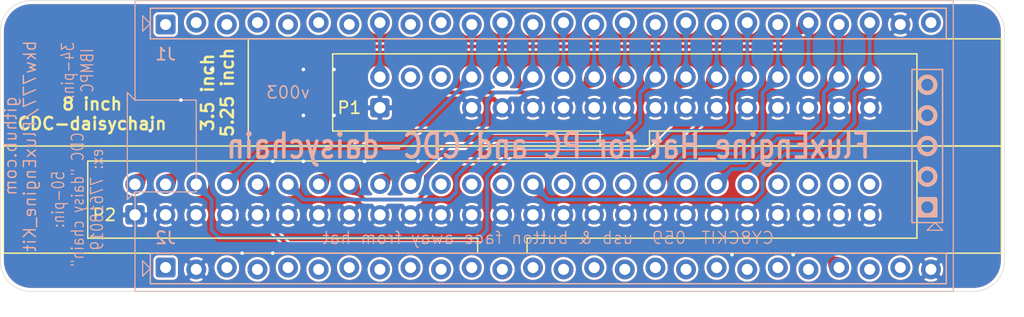
<source format=kicad_pcb>
(kicad_pcb (version 20240108) (generator "pcbnew") (generator_version "8.0")
  (title_block (title "FluxEngine_Hat for PC and CDC-daisychain") (date "2024-04-30") (rev "003") (company "Brian K. White - b.kenyon.w@gmail.com") (comment 1 "github.com/bkw777/FluxEngine_Kit"))
  (layers (0 "F.Cu" signal) (31 "B.Cu" signal) (34 "B.Paste" user) (35 "F.Paste" user) (36 "B.SilkS" user "B.Silkscreen") (37 "F.SilkS" user "F.Silkscreen") (38 "B.Mask" user) (39 "F.Mask" user) (44 "Edge.Cuts" user))
  (net 0 "")
  (net 1 "GND")
  (net 4 "/SIDE")
  (net 5 "/~{DSB}")
  (net 6 "/~{REDWC}")
  (net 7 "/~{TRK0}")
  (net 8 "/~{MOTB}")
  (net 9 "/~{WGATE}")
  (net 10 "/~{INDEX}")
  (net 11 "/~{WPROT}")
  (net 12 "/~{DSA}")
  (net 13 "/~{MOTA}")
  (net 14 "/~{STEP}")
  (net 15 "/DIR")
  (net 54 "/~{DSKCHG}")
  (net 57 "/~{WDATA}")
  (net 58 "/~{RDATA}")
  (net 60 "/~{TG43}")
  (footprint "000_LOCAL:IDC-Header_2x17_P2.54mm_Latch_Vertical - FDD" (layer "F.Cu") (at 133.985 93.345 90)
    (property "Reference" "P1" (at 0 -2.54 0) (layer "F.SilkS"))
    (property "Value" "FDC_BUS_IBMPC")
    (fp_line (start 5.715 -10.922) (end 5.715 51.562) (stroke (width 0.12)) (layer "F.SilkS"))
    (fp_line (start -3.175 -10.922) (end 5.715 -10.922) (stroke (width 0.12)) (layer "F.SilkS"))
    (fp_line (start 4.47 -3.92) (end 4.47 44.56) (stroke (width 0.12)) (layer "F.SilkS"))
    (fp_line (start -1.93 -3.92) (end 4.47 -3.92) (stroke (width 0.12)) (layer "F.SilkS"))
    (fp_line (start -1.93 18.27) (end -1.93 -3.92) (stroke (width 0.12)) (layer "F.SilkS"))
    (fp_line (start -3.175 18.27) (end -1.93 18.27) (stroke (width 0.12)) (layer "F.SilkS"))
    (fp_line (start -1.93 22.37) (end -1.93 22.37) (stroke (width 0.12)) (layer "F.SilkS"))
    (fp_line (start -1.93 22.37) (end -3.175 22.37) (stroke (width 0.12)) (layer "F.SilkS"))
    (fp_line (start 4.47 44.56) (end -1.93 44.56) (stroke (width 0.12)) (layer "F.SilkS"))
    (fp_line (start -1.93 44.56) (end -1.93 22.37) (stroke (width 0.12)) (layer "F.SilkS"))
    (fp_line (start 5.715 51.562) (end -3.175 51.562) (stroke (width 0.12)) (layer "F.SilkS"))
    (fp_line (start -3.175 51.562) (end -3.175 -10.922) (stroke (width 0.12)) (layer "F.SilkS"))
    (pad "1" thru_hole roundrect (at 0 0 90) (size 1.6 1.6) (drill 0.95) (layers "*.Cu" "*.Mask") (roundrect_rratio 0.15625) (net 1 "GND"))
    (pad "2" thru_hole circle (at 2.54 0 90) (size 1.6 1.6) (drill 0.95) (layers "*.Cu" "*.Mask") (net 6 "/~{REDWC}"))
    (pad "4" thru_hole circle (at 2.54 2.54 90) (size 1.6 1.6) (drill 0.95) (layers "*.Cu" "*.Mask"))
    (pad "6" thru_hole circle (at 2.54 5.08 90) (size 1.6 1.6) (drill 0.95) (layers "*.Cu" "*.Mask"))
    (pad "7" thru_hole circle (at 0 7.62 90) (size 1.6 1.6) (drill 0.95) (layers "*.Cu" "*.Mask") (net 1 "GND"))
    (pad "8" thru_hole circle (at 2.54 7.62 90) (size 1.6 1.6) (drill 0.95) (layers "*.Cu" "*.Mask") (net 10 "/~{INDEX}"))
    (pad "9" thru_hole circle (at 0 10.16 90) (size 1.6 1.6) (drill 0.95) (layers "*.Cu" "*.Mask") (net 1 "GND"))
    (pad "10" thru_hole circle (at 2.54 10.16 90) (size 1.6 1.6) (drill 0.95) (layers "*.Cu" "*.Mask") (net 13 "/~{MOTA}"))
    (pad "11" thru_hole circle (at 0 12.7 90) (size 1.6 1.6) (drill 0.95) (layers "*.Cu" "*.Mask") (net 1 "GND"))
    (pad "12" thru_hole circle (at 2.54 12.7 90) (size 1.6 1.6) (drill 0.95) (layers "*.Cu" "*.Mask") (net 5 "/~{DSB}"))
    (pad "13" thru_hole circle (at 0 15.24 90) (size 1.6 1.6) (drill 0.95) (layers "*.Cu" "*.Mask") (net 1 "GND"))
    (pad "14" thru_hole circle (at 2.54 15.24 90) (size 1.6 1.6) (drill 0.95) (layers "*.Cu" "*.Mask") (net 12 "/~{DSA}"))
    (pad "15" thru_hole circle (at 0 17.78 90) (size 1.6 1.6) (drill 0.95) (layers "*.Cu" "*.Mask") (net 1 "GND"))
    (pad "16" thru_hole circle (at 2.54 17.78 90) (size 1.6 1.6) (drill 0.95) (layers "*.Cu" "*.Mask") (net 8 "/~{MOTB}"))
    (pad "17" thru_hole circle (at 0 20.32 90) (size 1.6 1.6) (drill 0.95) (layers "*.Cu" "*.Mask") (net 1 "GND"))
    (pad "18" thru_hole circle (at 2.54 20.32 90) (size 1.6 1.6) (drill 0.95) (layers "*.Cu" "*.Mask") (net 15 "/DIR"))
    (pad "19" thru_hole circle (at 0 22.86 90) (size 1.6 1.6) (drill 0.95) (layers "*.Cu" "*.Mask") (net 1 "GND"))
    (pad "20" thru_hole circle (at 2.54 22.86 90) (size 1.6 1.6) (drill 0.95) (layers "*.Cu" "*.Mask") (net 14 "/~{STEP}"))
    (pad "21" thru_hole circle (at 0 25.4 90) (size 1.6 1.6) (drill 0.95) (layers "*.Cu" "*.Mask") (net 1 "GND"))
    (pad "22" thru_hole circle (at 2.54 25.4 90) (size 1.6 1.6) (drill 0.95) (layers "*.Cu" "*.Mask") (net 57 "/~{WDATA}"))
    (pad "23" thru_hole circle (at 0 27.94 90) (size 1.6 1.6) (drill 0.95) (layers "*.Cu" "*.Mask") (net 1 "GND"))
    (pad "24" thru_hole circle (at 2.54 27.94 90) (size 1.6 1.6) (drill 0.95) (layers "*.Cu" "*.Mask") (net 9 "/~{WGATE}"))
    (pad "25" thru_hole circle (at 0 30.48 90) (size 1.6 1.6) (drill 0.95) (layers "*.Cu" "*.Mask") (net 1 "GND"))
    (pad "26" thru_hole circle (at 2.54 30.48 90) (size 1.6 1.6) (drill 0.95) (layers "*.Cu" "*.Mask") (net 7 "/~{TRK0}"))
    (pad "27" thru_hole circle (at 0 33.02 90) (size 1.6 1.6) (drill 0.95) (layers "*.Cu" "*.Mask") (net 1 "GND"))
    (pad "28" thru_hole circle (at 2.54 33.02 90) (size 1.6 1.6) (drill 0.95) (layers "*.Cu" "*.Mask") (net 11 "/~{WPROT}"))
    (pad "29" thru_hole circle (at 0 35.56 90) (size 1.6 1.6) (drill 0.95) (layers "*.Cu" "*.Mask") (net 1 "GND"))
    (pad "30" thru_hole circle (at 2.54 35.56 90) (size 1.6 1.6) (drill 0.95) (layers "*.Cu" "*.Mask") (net 58 "/~{RDATA}"))
    (pad "31" thru_hole circle (at 0 38.1 90) (size 1.6 1.6) (drill 0.95) (layers "*.Cu" "*.Mask") (net 1 "GND"))
    (pad "32" thru_hole circle (at 2.54 38.1 90) (size 1.6 1.6) (drill 0.95) (layers "*.Cu" "*.Mask") (net 4 "/SIDE"))
    (pad "33" thru_hole circle (at 0 40.64 90) (size 1.6 1.6) (drill 0.95) (layers "*.Cu" "*.Mask") (net 1 "GND"))
    (pad "34" thru_hole circle (at 2.54 40.64 90) (size 1.6 1.6) (drill 0.95) (layers "*.Cu" "*.Mask") (net 54 "/~{DSKCHG}"))
  )
  (footprint "000_LOCAL:IDC-Header_2x25_P2.54mm_Latch_Vertical" (layer "F.Cu") (at 113.665001 102.235001 90)
    (property "Reference" "P2" (at 0 -2.54 0) (layer "F.SilkS"))
    (property "Value" "FDC_BUS_CDC_DaisyChain")
    (fp_line (start 5.715 -10.922) (end 5.715 71.882) (stroke (width 0.12)) (layer "F.SilkS"))
    (fp_line (start -3.175 -10.922) (end 5.715 -10.922) (stroke (width 0.12)) (layer "F.SilkS"))
    (fp_line (start 4.47 -3.92) (end 4.47 64.88) (stroke (width 0.12)) (layer "F.SilkS"))
    (fp_line (start -1.930001 -3.92) (end 4.47 -3.92) (stroke (width 0.12)) (layer "F.SilkS"))
    (fp_line (start -1.93 28.43) (end -1.930001 -3.92) (stroke (width 0.12)) (layer "F.SilkS"))
    (fp_line (start -3.175 28.43) (end -1.93 28.43) (stroke (width 0.12)) (layer "F.SilkS"))
    (fp_line (start -1.93 32.530001) (end -1.93 32.530001) (stroke (width 0.12)) (layer "F.SilkS"))
    (fp_line (start -1.93 32.530001) (end -3.175 32.530001) (stroke (width 0.12)) (layer "F.SilkS"))
    (fp_line (start 4.47 64.88) (end -1.93 64.88) (stroke (width 0.12)) (layer "F.SilkS"))
    (fp_line (start -1.93 64.88) (end -1.93 32.530001) (stroke (width 0.12)) (layer "F.SilkS"))
    (fp_line (start 5.715 71.882) (end -3.175 71.882001) (stroke (width 0.12)) (layer "F.SilkS"))
    (fp_line (start -3.175 71.882001) (end -3.175 -10.922) (stroke (width 0.12)) (layer "F.SilkS"))
    (pad "1" thru_hole roundrect (at 0 0 90) (size 1.6 1.6) (drill 0.95) (layers "*.Cu" "*.Mask") (roundrect_rratio 0.15625) (net 1 "GND"))
    (pad "2" thru_hole circle (at 2.54 0 90) (size 1.6 1.6) (drill 0.95) (layers "*.Cu" "*.Mask") (net 58 "/~{RDATA}"))
    (pad "3" thru_hole circle (at 0 2.54 90) (size 1.6 1.6) (drill 0.95) (layers "*.Cu" "*.Mask") (net 1 "GND"))
    (pad "4" thru_hole circle (at 2.54 2.54 90) (size 1.6 1.6) (drill 0.95) (layers "*.Cu" "*.Mask") (net 8 "/~{MOTB}"))
    (pad "5" thru_hole circle (at 0 5.079999 90) (size 1.6 1.6) (drill 0.95) (layers "*.Cu" "*.Mask") (net 1 "GND"))
    (pad "6" thru_hole circle (at 2.54 5.08 90) (size 1.6 1.6) (drill 0.95) (layers "*.Cu" "*.Mask") (net 7 "/~{TRK0}"))
    (pad "7" thru_hole circle (at 0 7.62 90) (size 1.6 1.6) (drill 0.95) (layers "*.Cu" "*.Mask") (net 1 "GND"))
    (pad "8" thru_hole circle (at 2.54 7.62 90) (size 1.6 1.6) (drill 0.95) (layers "*.Cu" "*.Mask") (net 10 "/~{INDEX}"))
    (pad "9" thru_hole circle (at 0 10.16 90) (size 1.6 1.6) (drill 0.95) (layers "*.Cu" "*.Mask") (net 1 "GND"))
    (pad "10" thru_hole circle (at 2.54 10.16 90) (size 1.6 1.6) (drill 0.95) (layers "*.Cu" "*.Mask") (net 60 "/~{TG43}"))
    (pad "11" thru_hole circle (at 0 12.7 90) (size 1.6 1.6) (drill 0.95) (layers "*.Cu" "*.Mask") (net 1 "GND"))
    (pad "12" thru_hole circle (at 2.54 12.7 90) (size 1.6 1.6) (drill 0.95) (layers "*.Cu" "*.Mask") (net 14 "/~{STEP}"))
    (pad "13" thru_hole circle (at 0 15.24 90) (size 1.6 1.6) (drill 0.95) (layers "*.Cu" "*.Mask") (net 1 "GND"))
    (pad "14" thru_hole circle (at 2.54 15.24 90) (size 1.6 1.6) (drill 0.95) (layers "*.Cu" "*.Mask") (net 15 "/DIR"))
    (pad "15" thru_hole circle (at 0 17.780001 90) (size 1.6 1.6) (drill 0.95) (layers "*.Cu" "*.Mask") (net 1 "GND"))
    (pad "16" thru_hole circle (at 2.54 17.78 90) (size 1.6 1.6) (drill 0.95) (layers "*.Cu" "*.Mask") (net 9 "/~{WGATE}"))
    (pad "17" thru_hole circle (at 0 20.32 90) (size 1.6 1.6) (drill 0.95) (layers "*.Cu" "*.Mask") (net 1 "GND"))
    (pad "18" thru_hole circle (at 2.54 20.32 90) (size 1.6 1.6) (drill 0.95) (layers "*.Cu" "*.Mask") (net 57 "/~{WDATA}"))
    (pad "19" thru_hole circle (at 0 22.86 90) (size 1.6 1.6) (drill 0.95) (layers "*.Cu" "*.Mask") (net 1 "GND"))
    (pad "20" thru_hole circle (at 2.54 22.86 90) (size 1.6 1.6) (drill 0.95) (layers "*.Cu" "*.Mask") (net 5 "/~{DSB}"))
    (pad "21" thru_hole circle (at 0 25.4 90) (size 1.6 1.6) (drill 0.95) (layers "*.Cu" "*.Mask") (net 1 "GND"))
    (pad "22" thru_hole circle (at 2.54 25.4 90) (size 1.6 1.6) (drill 0.95) (layers "*.Cu" "*.Mask"))
    (pad "23" thru_hole circle (at 0 27.939999 90) (size 1.6 1.6) (drill 0.95) (layers "*.Cu" "*.Mask") (net 1 "GND"))
    (pad "24" thru_hole circle (at 2.54 27.94 90) (size 1.6 1.6) (drill 0.95) (layers "*.Cu" "*.Mask"))
    (pad "25" thru_hole circle (at 0 30.48 90) (size 1.6 1.6) (drill 0.95) (layers "*.Cu" "*.Mask") (net 1 "GND"))
    (pad "26" thru_hole circle (at 2.54 30.48 90) (size 1.6 1.6) (drill 0.95) (layers "*.Cu" "*.Mask"))
    (pad "27" thru_hole circle (at 0 33.02 90) (size 1.6 1.6) (drill 0.95) (layers "*.Cu" "*.Mask") (net 1 "GND"))
    (pad "28" thru_hole circle (at 2.54 33.02 90) (size 1.6 1.6) (drill 0.95) (layers "*.Cu" "*.Mask") (net 54 "/~{DSKCHG}"))
    (pad "29" thru_hole circle (at 0 35.56 90) (size 1.6 1.6) (drill 0.95) (layers "*.Cu" "*.Mask") (net 1 "GND"))
    (pad "30" thru_hole circle (at 2.54 35.56 90) (size 1.6 1.6) (drill 0.95) (layers "*.Cu" "*.Mask"))
    (pad "31" thru_hole circle (at 0 38.099999 90) (size 1.6 1.6) (drill 0.95) (layers "*.Cu" "*.Mask") (net 1 "GND"))
    (pad "32" thru_hole circle (at 2.54 38.1 90) (size 1.6 1.6) (drill 0.95) (layers "*.Cu" "*.Mask"))
    (pad "33" thru_hole circle (at 0 40.640001 90) (size 1.6 1.6) (drill 0.95) (layers "*.Cu" "*.Mask") (net 1 "GND"))
    (pad "34" thru_hole circle (at 2.54 40.64 90) (size 1.6 1.6) (drill 0.95) (layers "*.Cu" "*.Mask"))
    (pad "35" thru_hole circle (at 0 43.18 90) (size 1.6 1.6) (drill 0.95) (layers "*.Cu" "*.Mask") (net 1 "GND"))
    (pad "36" thru_hole circle (at 2.54 43.18 90) (size 1.6 1.6) (drill 0.95) (layers "*.Cu" "*.Mask") (net 11 "/~{WPROT}"))
    (pad "37" thru_hole circle (at 0 45.72 90) (size 1.6 1.6) (drill 0.95) (layers "*.Cu" "*.Mask") (net 1 "GND"))
    (pad "38" thru_hole circle (at 2.54 45.72 90) (size 1.6 1.6) (drill 0.95) (layers "*.Cu" "*.Mask"))
    (pad "39" thru_hole circle (at 0 48.26 90) (size 1.6 1.6) (drill 0.95) (layers "*.Cu" "*.Mask") (net 1 "GND"))
    (pad "40" thru_hole circle (at 2.54 48.26 90) (size 1.6 1.6) (drill 0.95) (layers "*.Cu" "*.Mask") (net 4 "/SIDE"))
    (pad "41" thru_hole circle (at 0 50.799999 90) (size 1.6 1.6) (drill 0.95) (layers "*.Cu" "*.Mask") (net 1 "GND"))
    (pad "42" thru_hole circle (at 2.54 50.8 90) (size 1.6 1.6) (drill 0.95) (layers "*.Cu" "*.Mask"))
    (pad "43" thru_hole circle (at 0 53.34 90) (size 1.6 1.6) (drill 0.95) (layers "*.Cu" "*.Mask") (net 1 "GND"))
    (pad "44" thru_hole circle (at 2.54 53.34 90) (size 1.6 1.6) (drill 0.95) (layers "*.Cu" "*.Mask"))
    (pad "45" thru_hole circle (at 0 55.88 90) (size 1.6 1.6) (drill 0.95) (layers "*.Cu" "*.Mask") (net 1 "GND"))
    (pad "46" thru_hole circle (at 2.54 55.88 90) (size 1.6 1.6) (drill 0.95) (layers "*.Cu" "*.Mask"))
    (pad "47" thru_hole circle (at 0 58.42 90) (size 1.6 1.6) (drill 0.95) (layers "*.Cu" "*.Mask") (net 1 "GND"))
    (pad "48" thru_hole circle (at 2.54 58.42 90) (size 1.6 1.6) (drill 0.95) (layers "*.Cu" "*.Mask"))
    (pad "49" thru_hole circle (at 0 60.959999 90) (size 1.6 1.6) (drill 0.95) (layers "*.Cu" "*.Mask") (net 1 "GND"))
    (pad "50" thru_hole circle (at 2.54 60.96 90) (size 1.6 1.6) (drill 0.95) (layers "*.Cu" "*.Mask"))
  )
  (footprint "000_LOCAL:CY8CKIT-059 dry fit" (layer "B.Cu") (at 116.205001 86.359999 -90)
    (property "Reference" "J1" (hide yes))
    (property "Value" "CY8CKIT-059")
    (fp_line (start 14.605 3.175) (end 5.715 3.175) (stroke (width 0.1)) (layer "B.SilkS"))
    (fp_line (start 6.35 2.54) (end 5.715 3.175) (stroke (width 0.1)) (layer "B.SilkS"))
    (fp_line (start 6.35 2.54) (end -1.905 2.54) (stroke (width 0.1)) (layer "B.SilkS"))
    (fp_line (start 6.35 2.54) (end 6.35 -2.54) (stroke (width 0.1)) (layer "B.SilkS"))
    (fp_line (start 13.97 2.54) (end 14.605 3.175) (stroke (width 0.1)) (layer "B.SilkS"))
    (fp_line (start 22.225 2.54) (end 13.97 2.54) (stroke (width 0.1)) (layer "B.SilkS"))
    (fp_line (start 22.225 2.54) (end 22.225 -65.3542) (stroke (width 0.1)) (layer "B.SilkS"))
    (fp_line (start -0.635 1.905) (end 0 1.27) (stroke (width 0.1)) (layer "B.SilkS"))
    (fp_line (start 0.635 1.905) (end -0.635 1.905) (stroke (width 0.1)) (layer "B.SilkS"))
    (fp_line (start 19.685 1.905) (end 20.32 1.27) (stroke (width 0.1)) (layer "B.SilkS"))
    (fp_line (start 20.955 1.905) (end 19.685 1.905) (stroke (width 0.1)) (layer "B.SilkS"))
    (fp_line (start 0 1.27) (end 0.635 1.905) (stroke (width 0.1)) (layer "B.SilkS"))
    (fp_line (start 1.27 1.27) (end -1.27 1.27) (stroke (width 0.12)) (layer "B.SilkS"))
    (fp_line (start 20.32 1.27) (end 20.955 1.905) (stroke (width 0.1)) (layer "B.SilkS"))
    (fp_line (start 21.59 1.27) (end 19.05 1.27) (stroke (width 0.12)) (layer "B.SilkS"))
    (fp_line (start 6.35 -2.54) (end 13.97 -2.54) (stroke (width 0.1)) (layer "B.SilkS"))
    (fp_line (start 13.97 -2.54) (end 13.97 2.54) (stroke (width 0.1)) (layer "B.SilkS"))
    (fp_line (start 3.809998 -61.9252) (end 16.509999 -61.925199) (stroke (width 0.12)) (layer "B.SilkS"))
    (fp_line (start 17.145 -63.1952) (end 16.51 -63.8302) (stroke (width 0.1)) (layer "B.SilkS"))
    (fp_line (start 16.51 -63.8302) (end 17.145 -64.4652) (stroke (width 0.1)) (layer "B.SilkS"))
    (fp_line (start 3.809998 -64.4652) (end 3.809998 -61.9252) (stroke (width 0.12)) (layer "B.SilkS"))
    (fp_line (start 3.809998 -64.4652) (end 16.509999 -64.465201) (stroke (width 0.12)) (layer "B.SilkS"))
    (fp_line (start 17.145 -64.4652) (end 17.145 -63.1952) (stroke (width 0.1)) (layer "B.SilkS"))
    (fp_line (start 16.509999 -64.465201) (end 16.509999 -61.925199) (stroke (width 0.12)) (layer "B.SilkS"))
    (fp_line (start -1.27 -64.77) (end -1.27 1.27) (stroke (width 0.12)) (layer "B.SilkS"))
    (fp_line (start 1.27 -64.77) (end 1.27 1.27) (stroke (width 0.12)) (layer "B.SilkS"))
    (fp_line (start 1.27 -64.77) (end -1.27 -64.77) (stroke (width 0.12)) (layer "B.SilkS"))
    (fp_line (start 19.05 -64.77) (end 19.05 1.27) (stroke (width 0.12)) (layer "B.SilkS"))
    (fp_line (start 21.59 -64.77) (end 21.59 1.27) (stroke (width 0.12)) (layer "B.SilkS"))
    (fp_line (start 21.59 -64.77) (end 19.05 -64.77) (stroke (width 0.12)) (layer "B.SilkS"))
    (fp_line (start -1.905 -65.3542) (end -1.905 2.54) (stroke (width 0.1)) (layer "B.SilkS"))
    (fp_line (start 22.225 -65.3542) (end -1.905 -65.3542) (stroke (width 0.1)) (layer "B.SilkS"))
    (fp_rect (start 15.9131 -63.8683) (end 14.5669 -62.5221) (stroke (width 0.35052)) (fill none) (layer "B.SilkS"))
    (fp_circle (center 5.08 -63.1952) (end 5.7531 -63.1952) (stroke (width 0.35052)) (fill none) (layer "B.SilkS"))
    (fp_circle (center 7.62 -63.1952) (end 8.2931 -63.1952) (stroke (width 0.35052)) (fill none) (layer "B.SilkS"))
    (fp_circle (center 10.16 -63.1952) (end 10.8331 -63.1952) (stroke (width 0.35052)) (fill none) (layer "B.SilkS"))
    (fp_circle (center 12.7 -63.1952) (end 13.3731 -63.1952) (stroke (width 0.35052)) (fill none) (layer "B.SilkS"))
    (fp_circle (center 15.24 -63.1952) (end 15.9131 -63.1952) (stroke (width 0.35052)) (fill none) (layer "B.SilkS"))
    (fp_text user "J2" (at 17.78 0 0) (layer "B.SilkS") (effects (justify mirror)))
    (fp_text user "J1" (at 2.54 0 0) (layer "B.SilkS") (effects (justify mirror)))
    (pad "J1_1" thru_hole roundrect (at 0.0762 0 270) (size 1.651 1.651) (drill 0.9144) (layers "*.Cu" "*.Mask") (roundrect_rratio 0.1514233798))
    (pad "J1_2" thru_hole circle (at -0.0762 -2.54 270) (size 1.651 1.651) (drill 0.9144) (layers "*.Cu" "*.Mask"))
    (pad "J1_3" thru_hole circle (at 0.0762 -5.08 270) (size 1.651 1.651) (drill 0.9144) (layers "*.Cu" "*.Mask"))
    (pad "J1_4" thru_hole circle (at -0.0762 -7.62 270) (size 1.651 1.651) (drill 0.9144) (layers "*.Cu" "*.Mask"))
    (pad "J1_5" thru_hole circle (at 0.0762 -10.16 270) (size 1.651 1.651) (drill 0.9144) (layers "*.Cu" "*.Mask"))
    (pad "J1_6" thru_hole circle (at -0.0762 -12.7 270) (size 1.651 1.651) (drill 0.9144) (layers "*.Cu" "*.Mask"))
    (pad "J1_7" thru_hole circle (at 0.0762 -15.24 270) (size 1.651 1.651) (drill 0.9144) (layers "*.Cu" "*.Mask"))
    (pad "J1_8" thru_hole circle (at -0.0762 -17.78 270) (size 1.651 1.651) (drill 0.9144) (layers "*.Cu" "*.Mask") (net 6 "/~{REDWC}"))
    (pad "J1_9" thru_hole circle (at 0.0762 -20.32 270) (size 1.651 1.651) (drill 0.9144) (layers "*.Cu" "*.Mask"))
    (pad "J1_10" thru_hole circle (at -0.0762 -22.86 270) (size 1.651 1.651) (drill 0.9144) (layers "*.Cu" "*.Mask"))
    (pad "J1_11" thru_hole circle (at 0.0762 -25.4 270) (size 1.651 1.651) (drill 0.9144) (layers "*.Cu" "*.Mask") (net 10 "/~{INDEX}"))
    (pad "J1_12" thru_hole circle (at -0.0762 -27.94 270) (size 1.651 1.651) (drill 0.9144) (layers "*.Cu" "*.Mask") (net 13 "/~{MOTA}"))
    (pad "J1_13" thru_hole circle (at 0.0762 -30.48 270) (size 1.651 1.651) (drill 0.9144) (layers "*.Cu" "*.Mask") (net 5 "/~{DSB}"))
    (pad "J1_14" thru_hole circle (at -0.0762 -33.02 270) (size 1.651 1.651) (drill 0.9144) (layers "*.Cu" "*.Mask") (net 12 "/~{DSA}"))
    (pad "J1_15" thru_hole circle (at 0.0762 -35.56 270) (size 1.651 1.651) (drill 0.9144) (layers "*.Cu" "*.Mask") (net 8 "/~{MOTB}"))
    (pad "J1_16" thru_hole circle (at -0.0762 -38.1 270) (size 1.651 1.651) (drill 0.9144) (layers "*.Cu" "*.Mask") (net 15 "/DIR"))
    (pad "J1_17" thru_hole circle (at 0.0762 -40.64 270) (size 1.651 1.651) (drill 0.9144) (layers "*.Cu" "*.Mask") (net 14 "/~{STEP}"))
    (pad "J1_18" thru_hole circle (at -0.0762 -43.18 270) (size 1.651 1.651) (drill 0.9144) (layers "*.Cu" "*.Mask") (net 57 "/~{WDATA}"))
    (pad "J1_19" thru_hole circle (at 0.0762 -45.72 270) (size 1.651 1.651) (drill 0.9144) (layers "*.Cu" "*.Mask") (net 9 "/~{WGATE}"))
    (pad "J1_20" thru_hole circle (at -0.0762 -48.26 270) (size 1.651 1.651) (drill 0.9144) (layers "*.Cu" "*.Mask") (net 7 "/~{TRK0}"))
    (pad "J1_21" thru_hole circle (at 0.0762 -50.8 270) (size 1.651 1.651) (drill 0.9144) (layers "*.Cu" "*.Mask") (net 11 "/~{WPROT}"))
    (pad "J1_22" thru_hole circle (at -0.0762 -53.34 270) (size 1.651 1.651) (drill 0.9144) (layers "*.Cu" "*.Mask") (net 58 "/~{RDATA}"))
    (pad "J1_23" thru_hole circle (at 0.0762 -55.88 270) (size 1.651 1.651) (drill 0.9144) (layers "*.Cu" "*.Mask") (net 4 "/SIDE"))
    (pad "J1_24" thru_hole circle (at -0.0762 -58.42 270) (size 1.651 1.651) (drill 0.9144) (layers "*.Cu" "*.Mask") (net 54 "/~{DSKCHG}"))
    (pad "J1_25" thru_hole circle (at 0.0762 -60.96 270) (size 1.651 1.651) (drill 0.9144) (layers "*.Cu" "*.Mask") (net 1 "GND"))
    (pad "J1_26" thru_hole circle (at -0.0762 -63.5 270) (size 1.651 1.651) (drill 0.9144) (layers "*.Cu" "*.Mask"))
    (pad "J2_1" thru_hole roundrect (at 20.2438 0 270) (size 1.651 1.651) (drill 0.9144) (layers "*.Cu" "*.Mask") (roundrect_rratio 0.1514233798))
    (pad "J2_2" thru_hole circle (at 20.3962 -2.54 270) (size 1.651 1.651) (drill 0.9144) (layers "*.Cu" "*.Mask") (net 1 "GND"))
    (pad "J2_3" thru_hole circle (at 20.2438 -5.08 270) (size 1.651 1.651) (drill 0.9144) (layers "*.Cu" "*.Mask"))
    (pad "J2_4" thru_hole circle (at 20.3962 -7.62 270) (size 1.651 1.651) (drill 0.9144) (layers "*.Cu" "*.Mask"))
    (pad "J2_5" thru_hole circle (at 20.2438 -10.16 270) (size 1.651 1.651) (drill 0.9144) (layers "*.Cu" "*.Mask"))
    (pad "J2_6" thru_hole circle (at 20.3962 -12.7 270) (size 1.651 1.651) (drill 0.9144) (layers "*.Cu" "*.Mask"))
    (pad "J2_7" thru_hole circle (at 20.2438 -15.24 270) (size 1.651 1.651) (drill 0.9144) (layers "*.Cu" "*.Mask"))
    (pad "J2_8" thru_hole circle (at 20.3962 -17.78 270) (size 1.651 1.651) (drill 0.9144) (layers "*.Cu" "*.Mask"))
    (pad "J2_9" thru_hole circle (at 20.2438 -20.32 270) (size 1.651 1.651) (drill 0.9144) (layers "*.Cu" "*.Mask"))
    (pad "J2_10" thru_hole circle (at 20.3962 -22.86 270) (size 1.651 1.651) (drill 0.9144) (layers "*.Cu" "*.Mask"))
    (pad "J2_11" thru_hole circle (at 20.2438 -25.4 270) (size 1.651 1.651) (drill 0.9144) (layers "*.Cu" "*.Mask"))
    (pad "J2_12" thru_hole circle (at 20.3962 -27.94 270) (size 1.651 1.651) (drill 0.9144) (layers "*.Cu" "*.Mask"))
    (pad "J2_13" thru_hole circle (at 20.2438 -30.48 270) (size 1.651 1.651) (drill 0.9144) (layers "*.Cu" "*.Mask"))
    (pad "J2_14" thru_hole circle (at 20.3962 -33.02 270) (size 1.651 1.651) (drill 0.9144) (layers "*.Cu" "*.Mask"))
    (pad "J2_15" thru_hole circle (at 20.2438 -35.56 270) (size 1.651 1.651) (drill 0.9144) (layers "*.Cu" "*.Mask"))
    (pad "J2_16" thru_hole circle (at 20.3962 -38.1 270) (size 1.651 1.651) (drill 0.9144) (layers "*.Cu" "*.Mask"))
    (pad "J2_17" thru_hole circle (at 20.2438 -40.64 270) (size 1.651 1.651) (drill 0.9144) (layers "*.Cu" "*.Mask"))
    (pad "J2_18" thru_hole circle (at 20.3962 -43.18 270) (size 1.651 1.651) (drill 0.9144) (layers "*.Cu" "*.Mask"))
    (pad "J2_19" thru_hole circle (at 20.2438 -45.72 270) (size 1.651 1.651) (drill 0.9144) (layers "*.Cu" "*.Mask"))
    (pad "J2_20" thru_hole circle (at 20.3962 -48.26 270) (size 1.651 1.651) (drill 0.9144) (layers "*.Cu" "*.Mask"))
    (pad "J2_21" thru_hole circle (at 20.2438 -50.8 270) (size 1.651 1.651) (drill 0.9144) (layers "*.Cu" "*.Mask"))
    (pad "J2_22" thru_hole circle (at 20.3962 -53.34 270) (size 1.651 1.651) (drill 0.9144) (layers "*.Cu" "*.Mask"))
    (pad "J2_23" thru_hole circle (at 20.2438 -55.88 270) (size 1.651 1.651) (drill 0.9144) (layers "*.Cu" "*.Mask") (net 60 "/~{TG43}"))
    (pad "J2_24" thru_hole circle (at 20.3962 -58.42 270) (size 1.651 1.651) (drill 0.9144) (layers "*.Cu" "*.Mask"))
    (pad "J2_25" thru_hole circle (at 20.2438 -60.96 270) (size 1.651 1.651) (drill 0.9144) (layers "*.Cu" "*.Mask"))
    (pad "J2_26" thru_hole circle (at 20.3962 -63.5 270) (size 1.651 1.651) (drill 0.9144) (layers "*.Cu" "*.Mask") (net 1 "GND"))
  )
  (gr_arc (start 183.261 84.455001) (mid 185.057051 85.198949) (end 185.801 86.995) (stroke (width 0.05)) (layer "Edge.Cuts"))
  (gr_arc (start 102.489 86.995) (mid 103.232949 85.198948) (end 105.029001 84.454999) (stroke (width 0.05)) (layer "Edge.Cuts"))
  (gr_arc (start 185.801 106.045) (mid 185.057051 107.841051) (end 183.261 108.585) (stroke (width 0.05)) (layer "Edge.Cuts"))
  (gr_line (start 102.489 86.995) (end 102.489 106.045) (stroke (width 0.05)) (layer "Edge.Cuts"))
  (gr_line (start 183.261 84.455001) (end 105.029001 84.454999) (stroke (width 0.05)) (layer "Edge.Cuts"))
  (gr_line (start 185.801 106.045) (end 185.801 86.995) (stroke (width 0.05)) (layer "Edge.Cuts"))
  (gr_line (start 105.029 108.584999) (end 183.261 108.585) (stroke (width 0.05)) (layer "Edge.Cuts"))
  (gr_arc (start 105.029 108.584999) (mid 103.232949 107.841051) (end 102.489 106.045) (stroke (width 0.05)) (layer "Edge.Cuts"))
  (gr_text "${TITLE}" (at 147.955001 96.52 0) (layer "B.SilkS") (effects (font (size 2 1.6) (thickness 0.3)) (justify mirror)))
  (gr_text "50-pin:\nCDC {dblquote}daisy chain{dblquote}\nex: 77618019" (at 108.905001 100.959999 90) (layer "B.SilkS") (effects (font (size 1 0.8) (thickness 0.1)) (justify mirror)))
  (gr_text "github.com\nbkw777/FluxEngine_Kit" (at 104.140001 96.519999 90) (layer "B.SilkS") (effects (font (size 1 1) (thickness 0.12)) (justify mirror)))
  (gr_text "v${REVISION}" (at 126.365001 92.074999 0) (layer "B.SilkS") (effects (font (size 1 1) (thickness 0.12)) (justify mirror)))
  (gr_text "34-pin:\nIBMPC" (at 108.905001 90.259999 90) (layer "B.SilkS") (effects (font (size 1 0.8) (thickness 0.1)) (justify mirror)))
  (gr_text "CY8CKIT-059  usb & button face away from hat" (at 147.955001 104.139999 0) (layer "B.SilkS") (effects (font (size 1 1) (thickness 0.1)) (justify mirror)))
  (gr_text "8 inch\nCDC-daisychain" (at 110.105001 95.259999 0) (layer "F.SilkS") (effects (font (size 1.016 1.016) (thickness 0.2032) (bold yes)) (justify bottom)))
  (gr_text "3.5 inch\n5.25 inch" (at 121.920001 92.074999 90) (layer "F.SilkS") (effects (font (size 1.016 1.016) (thickness 0.2032) (bold yes)) (justify bottom)))
  (via (at 168.275001 105.536999) (size 0.6) (drill 0.3) (layers "F.Cu" "B.Cu") (net 1))
  (via (at 117.475001 92.709999) (size 0.6) (drill 0.3) (layers "F.Cu" "B.Cu") (net 1))
  (via (at 132.715001 97.789999) (size 0.6) (drill 0.3) (layers "F.Cu" "B.Cu") (net 1))
  (via (at 127.635001 97.789999) (size 0.6) (drill 0.3) (layers "F.Cu" "B.Cu") (net 1))
  (via (at 125.095001 97.789999) (size 0.6) (drill 0.3) (layers "F.Cu" "B.Cu") (net 1))
  (via (at 130.175001 93.979999) (size 0.6) (drill 0.3) (layers "F.Cu" "B.Cu") (net 1))
  (via (at 127.635001 93.979999) (size 0.6) (drill 0.3) (layers "F.Cu" "B.Cu") (net 1))
  (via (at 114.935001 95.249999) (size 0.6) (drill 0.3) (layers "F.Cu" "B.Cu") (net 1))
  (via (at 120.015001 90.169999) (size 0.6) (drill 0.3) (layers "F.Cu" "B.Cu") (net 1))
  (via (at 130.175001 90.169999) (size 0.6) (drill 0.3) (layers "F.Cu" "B.Cu") (net 1))
  (via (at 127.635001 90.169999) (size 0.6) (drill 0.3) (layers "F.Cu" "B.Cu") (net 1))
  (via (at 137.160001 97.789999) (size 0.6) (drill 0.3) (layers "F.Cu" "B.Cu") (net 1))
  (via (at 125.095001 105.409999) (size 0.6) (drill 0.3) (layers "F.Cu" "B.Cu") (net 1))
  (via (at 163.195001 105.536999) (size 0.6) (drill 0.3) (layers "F.Cu" "B.Cu") (net 1))
  (via (at 122.555001 105.409999) (size 0.6) (drill 0.3) (layers "F.Cu" "B.Cu") (net 1))
  (segment (start 169.545001 95.884999) (end 167.005001 95.884999) (width 0.3) (layer "B.Cu") (net 4))
  (segment (start 172.085 86.4362) (end 172.085001 86.436199) (width 0.3) (layer "B.Cu") (net 4))
  (segment (start 172.085 90.805) (end 172.085 86.4362) (width 0.3) (layer "B.Cu") (net 4))
  (segment (start 170.815001 92.074999) (end 170.815001 94.614999) (width 0.3) (layer "B.Cu") (net 4))
  (segment (start 170.815001 94.614999) (end 169.545001 95.884999) (width 0.3) (layer "B.Cu") (net 4))
  (segment (start 172.085 90.805) (end 170.815001 92.074999) (width 0.3) (layer "B.Cu") (net 4))
  (segment (start 167.005001 95.884999) (end 164.465001 98.424999) (width 0.3) (layer "B.Cu") (net 4))
  (segment (start 164.465001 98.424999) (end 163.195001 98.424999) (width 0.3) (layer "B.Cu") (net 4))
  (segment (start 163.195001 98.424999) (end 161.925001 99.695001) (width 0.3) (layer "B.Cu") (net 4))
  (segment (start 145.415001 92.074999) (end 146.685 90.805) (width 0.3) (layer "B.Cu") (net 5))
  (segment (start 142.875001 92.709999) (end 143.510001 92.074999) (width 0.3) (layer "B.Cu") (net 5))
  (segment (start 140.970001 96.519999) (end 142.875001 94.614999) (width 0.3) (layer "B.Cu") (net 5))
  (segment (start 146.685 90.805) (end 146.685 86.4362) (width 0.3) (layer "B.Cu") (net 5))
  (segment (start 136.525001 99.695001) (end 139.700001 96.519999) (width 0.3) (layer "B.Cu") (net 5))
  (segment (start 143.510001 92.074999) (end 145.415001 92.074999) (width 0.3) (layer "B.Cu") (net 5))
  (segment (start 142.875001 94.614999) (end 142.875001 92.709999) (width 0.3) (layer "B.Cu") (net 5))
  (segment (start 146.685 86.4362) (end 146.685001 86.436199) (width 0.3) (layer "B.Cu") (net 5))
  (segment (start 139.700001 96.519999) (end 140.970001 96.519999) (width 0.3) (layer "B.Cu") (net 5))
  (segment (start 133.985 86.2838) (end 133.985001 86.283799) (width 0.3) (layer "B.Cu") (net 6))
  (segment (start 133.985 90.805) (end 133.985 86.2838) (width 0.3) (layer "B.Cu") (net 6))
  (segment (start 120.015001 103.504999) (end 120.015001 100.965001) (width 0.3) (layer "B.Cu") (net 7))
  (segment (start 142.240001 104.139999) (end 120.650001 104.139999) (width 0.3) (layer "B.Cu") (net 7))
  (segment (start 164.465 90.805) (end 164.465 86.2838) (width 0.3) (layer "B.Cu") (net 7))
  (segment (start 158.115001 95.249999) (end 156.210001 97.154999) (width 0.3) (layer "B.Cu") (net 7))
  (segment (start 163.195001 92.074999) (end 163.195001 94.614999) (width 0.3) (layer "B.Cu") (net 7))
  (segment (start 156.210001 97.154999) (end 144.780001 97.154999) (width 0.3) (layer "B.Cu") (net 7))
  (segment (start 162.560001 95.249999) (end 158.115001 95.249999) (width 0.3) (layer "B.Cu") (net 7))
  (segment (start 163.195001 94.614999) (end 162.560001 95.249999) (width 0.3) (layer "B.Cu") (net 7))
  (segment (start 120.015001 100.965001) (end 118.745001 99.695001) (width 0.3) (layer "B.Cu") (net 7))
  (segment (start 120.650001 104.139999) (end 120.015001 103.504999) (width 0.3) (layer "B.Cu") (net 7))
  (segment (start 142.875001 99.059999) (end 142.875001 103.504999) (width 0.3) (layer "B.Cu") (net 7))
  (segment (start 164.465 90.805) (end 163.195001 92.074999) (width 0.3) (layer "B.Cu") (net 7))
  (segment (start 144.780001 97.154999) (end 142.875001 99.059999) (width 0.3) (layer "B.Cu") (net 7))
  (segment (start 164.465 86.2838) (end 164.465001 86.283799) (width 0.3) (layer "B.Cu") (net 7))
  (segment (start 142.875001 103.504999) (end 142.240001 104.139999) (width 0.3) (layer "B.Cu") (net 7))
  (segment (start 150.495001 92.074999) (end 151.765 90.805) (width 0.3) (layer "F.Cu") (net 8))
  (segment (start 116.205001 99.695001) (end 123.825003 92.074999) (width 0.3) (layer "F.Cu") (net 8))
  (segment (start 123.825003 92.074999) (end 150.495001 92.074999) (width 0.3) (layer "F.Cu") (net 8))
  (segment (start 151.765 90.805) (end 151.765 86.4362) (width 0.3) (layer "B.Cu") (net 8))
  (segment (start 151.765 86.4362) (end 151.765001 86.436199) (width 0.3) (layer "B.Cu") (net 8))
  (segment (start 139.065001 97.789999) (end 157.480001 97.789999) (width 0.3) (layer "F.Cu") (net 9))
  (segment (start 137.160001 100.964999) (end 137.795001 100.329999) (width 0.3) (layer "F.Cu") (net 9))
  (segment (start 157.480001 97.789999) (end 160.655001 94.614999) (width 0.3) (layer "F.Cu") (net 9))
  (segment (start 131.445001 99.695001) (end 132.714999 100.964999) (width 0.3) (layer "F.Cu") (net 9))
  (segment (start 137.795001 100.329999) (end 137.795001 99.059999) (width 0.3) (layer "F.Cu") (net 9))
  (segment (start 160.655001 92.074999) (end 161.925 90.805) (width 0.3) (layer "F.Cu") (net 9))
  (segment (start 160.655001 94.614999) (end 160.655001 92.074999) (width 0.3) (layer "F.Cu") (net 9))
  (segment (start 137.795001 99.059999) (end 139.065001 97.789999) (width 0.3) (layer "F.Cu") (net 9))
  (segment (start 132.714999 100.964999) (end 137.160001 100.964999) (width 0.3) (layer "F.Cu") (net 9))
  (segment (start 161.925 90.805) (end 161.925 86.4362) (width 0.3) (layer "B.Cu") (net 9))
  (segment (start 161.925 86.4362) (end 161.925001 86.436199) (width 0.3) (layer "B.Cu") (net 9))
  (segment (start 124.460003 96.519999) (end 121.285001 99.695001) (width 0.3) (layer "B.Cu") (net 10))
  (segment (start 141.605 90.805) (end 135.890001 96.519999) (width 0.3) (layer "B.Cu") (net 10))
  (segment (start 141.605 90.805) (end 141.605 86.4362) (width 0.3) (layer "B.Cu") (net 10))
  (segment (start 141.605 86.4362) (end 141.605001 86.436199) (width 0.3) (layer "B.Cu") (net 10))
  (segment (start 135.890001 96.519999) (end 124.460003 96.519999) (width 0.3) (layer "B.Cu") (net 10))
  (segment (start 159.385003 97.154999) (end 156.845001 99.695001) (width 0.3) (layer "B.Cu") (net 11))
  (segment (start 163.830001 97.154999) (end 159.385003 97.154999) (width 0.3) (layer "B.Cu") (net 11))
  (segment (start 167.005 90.805) (end 165.735001 92.074999) (width 0.3) (layer "B.Cu") (net 11))
  (segment (start 167.005 90.805) (end 167.005 86.4362) (width 0.3) (layer "B.Cu") (net 11))
  (segment (start 167.005 86.4362) (end 167.005001 86.436199) (width 0.3) (layer "B.Cu") (net 11))
  (segment (start 165.735001 92.074999) (end 165.735001 95.249999) (width 0.3) (layer "B.Cu") (net 11))
  (segment (start 165.735001 95.249999) (end 163.830001 97.154999) (width 0.3) (layer "B.Cu") (net 11))
  (segment (start 149.225 86.2838) (end 149.225001 86.283799) (width 0.3) (layer "B.Cu") (net 12))
  (segment (start 149.225 90.805) (end 149.225 86.2838) (width 0.3) (layer "B.Cu") (net 12))
  (segment (start 144.145 86.2838) (end 144.145001 86.283799) (width 0.3) (layer "B.Cu") (net 13))
  (segment (start 144.145 90.805) (end 144.145 86.2838) (width 0.3) (layer "B.Cu") (net 13))
  (segment (start 154.305001 95.884999) (end 143.510001 95.884999) (width 0.3) (layer "B.Cu") (net 14))
  (segment (start 155.575001 92.074999) (end 155.575001 94.614999) (width 0.3) (layer "B.Cu") (net 14))
  (segment (start 155.575001 94.614999) (end 154.305001 95.884999) (width 0.3) (layer "B.Cu") (net 14))
  (segment (start 140.335001 99.059999) (end 140.335001 100.329999) (width 0.3) (layer "B.Cu") (net 14))
  (segment (start 156.845 90.805) (end 156.845 86.4362) (width 0.3) (layer "B.Cu") (net 14))
  (segment (start 156.845 86.4362) (end 156.845001 86.436199) (width 0.3) (layer "B.Cu") (net 14))
  (segment (start 140.335001 100.329999) (end 139.700001 100.964999) (width 0.3) (layer "B.Cu") (net 14))
  (segment (start 143.510001 95.884999) (end 140.335001 99.059999) (width 0.3) (layer "B.Cu") (net 14))
  (segment (start 127.634999 100.964999) (end 126.365001 99.695001) (width 0.3) (layer "B.Cu") (net 14))
  (segment (start 139.700001 100.964999) (end 127.634999 100.964999) (width 0.3) (layer "B.Cu") (net 14))
  (segment (start 156.845 90.805) (end 155.575001 92.074999) (width 0.3) (layer "B.Cu") (net 14))
  (segment (start 153.035001 94.614999) (end 153.035001 92.074999) (width 0.3) (layer "F.Cu") (net 15))
  (segment (start 133.350003 95.249999) (end 152.400001 95.249999) (width 0.3) (layer "F.Cu") (net 15))
  (segment (start 153.035001 92.074999) (end 154.305 90.805) (width 0.3) (layer "F.Cu") (net 15))
  (segment (start 152.400001 95.249999) (end 153.035001 94.614999) (width 0.3) (layer "F.Cu") (net 15))
  (segment (start 128.905001 99.695001) (end 133.350003 95.249999) (width 0.3) (layer "F.Cu") (net 15))
  (segment (start 154.305 90.805) (end 154.305 86.2838) (width 0.3) (layer "B.Cu") (net 15))
  (segment (start 154.305 86.2838) (end 154.305001 86.283799) (width 0.3) (layer "B.Cu") (net 15))
  (segment (start 174.625 90.805) (end 173.355001 92.074999) (width 0.3) (layer "B.Cu") (net 54))
  (segment (start 165.735001 99.059999) (end 165.735001 100.329999) (width 0.3) (layer "B.Cu") (net 54))
  (segment (start 167.640001 97.154999) (end 165.735001 99.059999) (width 0.3) (layer "B.Cu") (net 54))
  (segment (start 170.815001 97.154999) (end 167.640001 97.154999) (width 0.3) (layer "B.Cu") (net 54))
  (segment (start 165.735001 100.329999) (end 165.100001 100.964999) (width 0.3) (layer "B.Cu") (net 54))
  (segment (start 147.954999 100.964999) (end 146.685001 99.695001) (width 0.3) (layer "B.Cu") (net 54))
  (segment (start 173.355001 92.074999) (end 173.355001 94.614999) (width 0.3) (layer "B.Cu") (net 54))
  (segment (start 173.355001 94.614999) (end 170.815001 97.154999) (width 0.3) (layer "B.Cu") (net 54))
  (segment (start 165.100001 100.964999) (end 147.954999 100.964999) (width 0.3) (layer "B.Cu") (net 54))
  (segment (start 174.625 90.805) (end 174.625 86.2838) (width 0.3) (layer "B.Cu") (net 54))
  (segment (start 174.625 86.2838) (end 174.625001 86.283799) (width 0.3) (layer "B.Cu") (net 54))
  (segment (start 158.115001 94.614999) (end 158.115001 92.074999) (width 0.3) (layer "F.Cu") (net 57))
  (segment (start 158.115001 92.074999) (end 159.385 90.805) (width 0.3) (layer "F.Cu") (net 57))
  (segment (start 137.160003 96.519999) (end 156.210001 96.519999) (width 0.3) (layer "F.Cu") (net 57))
  (segment (start 133.985001 99.695001) (end 137.160003 96.519999) (width 0.3) (layer "F.Cu") (net 57))
  (segment (start 156.210001 96.519999) (end 158.115001 94.614999) (width 0.3) (layer "F.Cu") (net 57))
  (segment (start 159.385 90.805) (end 159.385 86.2838) (width 0.3) (layer "B.Cu") (net 57))
  (segment (start 159.385 86.2838) (end 159.385001 86.283799) (width 0.3) (layer "B.Cu") (net 57))
  (segment (start 167.563801 88.264999) (end 169.545001 86.283799) (width 0.3) (layer "F.Cu") (net 58))
  (segment (start 113.665001 99.695001) (end 125.095003 88.264999) (width 0.3) (layer "F.Cu") (net 58))
  (segment (start 125.095003 88.264999) (end 167.563801 88.264999) (width 0.3) (layer "F.Cu") (net 58))
  (segment (start 169.545 86.2838) (end 169.545001 86.283799) (width 0.3) (layer "B.Cu") (net 58))
  (segment (start 169.545 90.805) (end 169.545 86.2838) (width 0.3) (layer "B.Cu") (net 58))
  (segment (start 170.256201 104.774999) (end 126.365001 104.774999) (width 0.3) (layer "F.Cu") (net 60))
  (segment (start 125.095001 100.965001) (end 123.825001 99.695001) (width 0.3) (layer "F.Cu") (net 60))
  (segment (start 172.085001 106.603799) (end 170.256201 104.774999) (width 0.3) (layer "F.Cu") (net 60))
  (segment (start 126.365001 104.774999) (end 125.095001 103.504999) (width 0.3) (layer "F.Cu") (net 60))
  (segment (start 125.095001 103.504999) (end 125.095001 100.965001) (width 0.3) (layer "F.Cu") (net 60))
  (zone (net 1) (net_name "GND") (layers "F&B.Cu") (connect_pads (clearance 0.2)) (min_thickness 0.2) (fill yes (thermal_gap 0.2) (thermal_bridge_width 0.4) (smoothing fillet) (radius 0.1))
    (polygon (pts (xy 185.800999 84.454999) (xy 185.800999 108.585001) (xy 102.489 108.585001) (xy 102.489 84.454999)))
  )
)
</source>
